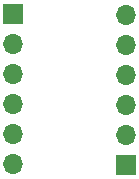
<source format=gbr>
%TF.GenerationSoftware,KiCad,Pcbnew,8.0.4-8.0.4-0~ubuntu24.04.1*%
%TF.CreationDate,2024-09-19T11:22:13+09:00*%
%TF.ProjectId,DRV8835,44525638-3833-4352-9e6b-696361645f70,rev?*%
%TF.SameCoordinates,Original*%
%TF.FileFunction,Soldermask,Bot*%
%TF.FilePolarity,Negative*%
%FSLAX46Y46*%
G04 Gerber Fmt 4.6, Leading zero omitted, Abs format (unit mm)*
G04 Created by KiCad (PCBNEW 8.0.4-8.0.4-0~ubuntu24.04.1) date 2024-09-19 11:22:13*
%MOMM*%
%LPD*%
G01*
G04 APERTURE LIST*
%ADD10R,1.700000X1.700000*%
%ADD11O,1.700000X1.700000*%
G04 APERTURE END LIST*
D10*
%TO.C,J2*%
X156500000Y-65150000D03*
D11*
X156500000Y-67690000D03*
X156500000Y-70230000D03*
X156500000Y-72770000D03*
X156500000Y-75310000D03*
X156500000Y-77850000D03*
%TD*%
D10*
%TO.C,J1*%
X166000000Y-77870000D03*
D11*
X166000000Y-75330000D03*
X166000000Y-72790000D03*
X166000000Y-70250000D03*
X166000000Y-67710000D03*
X166000000Y-65170000D03*
%TD*%
M02*

</source>
